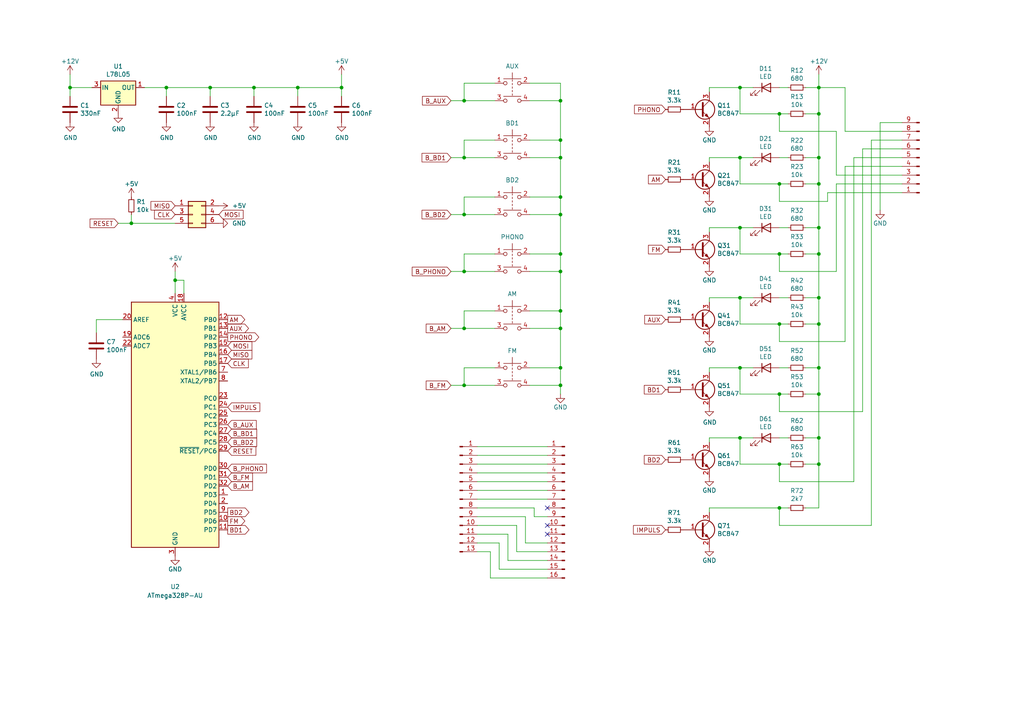
<source format=kicad_sch>
(kicad_sch (version 20211123) (generator eeschema)
  (paper "A4")
  (lib_symbols
    (symbol "Anzeige-Modul-rescue:ATmega328P-AU-MCU_Microchip_ATmega"
      (property "Reference" "U" (at -12.7 36.83 0))
      (property "Value" "ATmega328P-AU-MCU_Microchip_ATmega" (at 2.54 -36.83 0))
      (symbol "ATmega328P-AU-MCU_Microchip_ATmega_1_1"
        (pin bidirectional line (at 15.24 -20.32 180) (length 2.54) (name "PD3") (number "1"))
        (pin bidirectional line (at 15.24 -27.94 180) (length 2.54) (name "PD6") (number "10"))
        (pin bidirectional line (at 15.24 -30.48 180) (length 2.54) (name "PD7") (number "11"))
        (pin bidirectional line (at 15.24 30.48 180) (length 2.54) (name "PB0") (number "12"))
        (pin bidirectional line (at 15.24 27.94 180) (length 2.54) (name "PB1") (number "13"))
        (pin bidirectional line (at 15.24 25.4 180) (length 2.54) (name "PB2") (number "14"))
        (pin bidirectional line (at 15.24 22.86 180) (length 2.54) (name "PB3") (number "15"))
        (pin bidirectional line (at 15.24 20.32 180) (length 2.54) (name "PB4") (number "16"))
        (pin bidirectional line (at 15.24 17.78 180) (length 2.54) (name "PB5") (number "17"))
        (pin power_in line (at 2.54 38.1 270) (length 2.54) (name "AVCC") (number "18"))
        (pin input line (at -15.24 25.4 0) (length 2.54) (name "ADC6") (number "19"))
        (pin bidirectional line (at 15.24 -22.86 180) (length 2.54) (name "PD4") (number "2"))
        (pin passive line (at -15.24 30.48 0) (length 2.54) (name "AREF") (number "20"))
        (pin passive line (at 0 -38.1 90) (length 2.54) hide (name "GND") (number "21"))
        (pin input line (at -15.24 22.86 0) (length 2.54) (name "ADC7") (number "22"))
        (pin bidirectional line (at 15.24 7.62 180) (length 2.54) (name "PC0") (number "23"))
        (pin bidirectional line (at 15.24 5.08 180) (length 2.54) (name "PC1") (number "24"))
        (pin bidirectional line (at 15.24 2.54 180) (length 2.54) (name "PC2") (number "25"))
        (pin bidirectional line (at 15.24 0 180) (length 2.54) (name "PC3") (number "26"))
        (pin bidirectional line (at 15.24 -2.54 180) (length 2.54) (name "PC4") (number "27"))
        (pin bidirectional line (at 15.24 -5.08 180) (length 2.54) (name "PC5") (number "28"))
        (pin bidirectional line (at 15.24 -7.62 180) (length 2.54) (name "~{RESET}/PC6") (number "29"))
        (pin power_in line (at 0 -38.1 90) (length 2.54) (name "GND") (number "3"))
        (pin bidirectional line (at 15.24 -12.7 180) (length 2.54) (name "PD0") (number "30"))
        (pin bidirectional line (at 15.24 -15.24 180) (length 2.54) (name "PD1") (number "31"))
        (pin bidirectional line (at 15.24 -17.78 180) (length 2.54) (name "PD2") (number "32"))
        (pin power_in line (at 0 38.1 270) (length 2.54) (name "VCC") (number "4"))
        (pin passive line (at 0 -38.1 90) (length 2.54) hide (name "GND") (number "5"))
        (pin passive line (at 0 38.1 270) (length 2.54) hide (name "VCC") (number "6"))
        (pin bidirectional line (at 15.24 15.24 180) (length 2.54) (name "XTAL1/PB6") (number "7"))
        (pin bidirectional line (at 15.24 12.7 180) (length 2.54) (name "XTAL2/PB7") (number "8"))
        (pin bidirectional line (at 15.24 -25.4 180) (length 2.54) (name "PD5") (number "9"))
      )
    )
    (symbol "Connector:Conn_01x09_Male" (pin_names (offset 1.016) hide)
      (property "Reference" "J" (at 0 12.7 0))
      (property "Value" "Conn_01x09_Male" (at 0 -12.7 0))
      (symbol "Conn_01x09_Male_1_1"
        (pin passive line (at 5.08 10.16 180) (length 3.81) (name "Pin_1") (number "1"))
        (pin passive line (at 5.08 7.62 180) (length 3.81) (name "Pin_2") (number "2"))
        (pin passive line (at 5.08 5.08 180) (length 3.81) (name "Pin_3") (number "3"))
        (pin passive line (at 5.08 2.54 180) (length 3.81) (name "Pin_4") (number "4"))
        (pin passive line (at 5.08 0 180) (length 3.81) (name "Pin_5") (number "5"))
        (pin passive line (at 5.08 -2.54 180) (length 3.81) (name "Pin_6") (number "6"))
        (pin passive line (at 5.08 -5.08 180) (length 3.81) (name "Pin_7") (number "7"))
        (pin passive line (at 5.08 -7.62 180) (length 3.81) (name "Pin_8") (number "8"))
        (pin passive line (at 5.08 -10.16 180) (length 3.81) (name "Pin_9") (number "9"))
      )
    )
    (symbol "Connector:Conn_01x13_Male" (pin_names (offset 1.016) hide)
      (property "Reference" "J" (at 0 17.78 0))
      (property "Value" "Conn_01x13_Male" (at 0 -17.78 0))
      (symbol "Conn_01x13_Male_1_1"
        (pin passive line (at 5.08 15.24 180) (length 3.81) (name "Pin_1") (number "1"))
        (pin passive line (at 5.08 -7.62 180) (length 3.81) (name "Pin_10") (number "10"))
        (pin passive line (at 5.08 -10.16 180) (length 3.81) (name "Pin_11") (number "11"))
        (pin passive line (at 5.08 -12.7 180) (length 3.81) (name "Pin_12") (number "12"))
        (pin passive line (at 5.08 -15.24 180) (length 3.81) (name "Pin_13") (number "13"))
        (pin passive line (at 5.08 12.7 180) (length 3.81) (name "Pin_2") (number "2"))
        (pin passive line (at 5.08 10.16 180) (length 3.81) (name "Pin_3") (number "3"))
        (pin passive line (at 5.08 7.62 180) (length 3.81) (name "Pin_4") (number "4"))
        (pin passive line (at 5.08 5.08 180) (length 3.81) (name "Pin_5") (number "5"))
        (pin passive line (at 5.08 2.54 180) (length 3.81) (name "Pin_6") (number "6"))
        (pin passive line (at 5.08 0 180) (length 3.81) (name "Pin_7") (number "7"))
        (pin passive line (at 5.08 -2.54 180) (length 3.81) (name "Pin_8") (number "8"))
        (pin passive line (at 5.08 -5.08 180) (length 3.81) (name "Pin_9") (number "9"))
      )
    )
    (symbol "Connector:Conn_01x16_Male" (pin_names (offset 1.016) hide)
      (property "Reference" "J" (at 0 20.32 0))
      (property "Value" "Conn_01x16_Male" (at 0 -22.86 0))
      (symbol "Conn_01x16_Male_1_1"
        (pin passive line (at 5.08 17.78 180) (length 3.81) (name "Pin_1") (number "1"))
        (pin passive line (at 5.08 -5.08 180) (length 3.81) (name "Pin_10") (number "10"))
        (pin passive line (at 5.08 -7.62 180) (length 3.81) (name "Pin_11") (number "11"))
        (pin passive line (at 5.08 -10.16 180) (length 3.81) (name "Pin_12") (number "12"))
        (pin passive line (at 5.08 -12.7 180) (length 3.81) (name "Pin_13") (number "13"))
        (pin passive line (at 5.08 -15.24 180) (length 3.81) (name "Pin_14") (number "14"))
        (pin passive line (at 5.08 -17.78 180) (length 3.81) (name "Pin_15") (number "15"))
        (pin passive line (at 5.08 -20.32 180) (length 3.81) (name "Pin_16") (number "16"))
        (pin passive line (at 5.08 15.24 180) (length 3.81) (name "Pin_2") (number "2"))
        (pin passive line (at 5.08 12.7 180) (length 3.81) (name "Pin_3") (number "3"))
        (pin passive line (at 5.08 10.16 180) (length 3.81) (name "Pin_4") (number "4"))
        (pin passive line (at 5.08 7.62 180) (length 3.81) (name "Pin_5") (number "5"))
        (pin passive line (at 5.08 5.08 180) (length 3.81) (name "Pin_6") (number "6"))
        (pin passive line (at 5.08 2.54 180) (length 3.81) (name "Pin_7") (number "7"))
        (pin passive line (at 5.08 0 180) (length 3.81) (name "Pin_8") (number "8"))
        (pin passive line (at 5.08 -2.54 180) (length 3.81) (name "Pin_9") (number "9"))
      )
    )
    (symbol "Connector_Generic:Conn_02x03_Odd_Even" (pin_names (offset 1.016) hide)
      (property "Reference" "J" (at 1.27 5.08 0))
      (property "Value" "Conn_02x03_Odd_Even" (at 1.27 -5.08 0))
      (symbol "Conn_02x03_Odd_Even_1_1"
        (pin passive line (at -5.08 2.54 0) (length 3.81) (name "Pin_1") (number "1"))
        (pin passive line (at 7.62 2.54 180) (length 3.81) (name "Pin_2") (number "2"))
        (pin passive line (at -5.08 0 0) (length 3.81) (name "Pin_3") (number "3"))
        (pin passive line (at 7.62 0 180) (length 3.81) (name "Pin_4") (number "4"))
        (pin passive line (at -5.08 -2.54 0) (length 3.81) (name "Pin_5") (number "5"))
        (pin passive line (at 7.62 -2.54 180) (length 3.81) (name "Pin_6") (number "6"))
      )
    )
    (symbol "Device:C" (pin_numbers hide) (pin_names (offset 0.254))
      (property "Reference" "C" (at 0.635 2.54 0))
      (property "Value" "C" (at 0.635 -2.54 0))
      (symbol "C_1_1"
        (pin passive line (at 0 3.81 270) (length 2.794) (name "~") (number "1"))
        (pin passive line (at 0 -3.81 90) (length 2.794) (name "~") (number "2"))
      )
    )
    (symbol "Device:LED" (pin_numbers hide) (pin_names (offset 1.016) hide)
      (property "Reference" "D" (at 0 2.54 0))
      (property "Value" "LED" (at 0 -2.54 0))
      (symbol "LED_1_1"
        (pin passive line (at -3.81 0 0) (length 2.54) (name "K") (number "1"))
        (pin passive line (at 3.81 0 180) (length 2.54) (name "A") (number "2"))
      )
    )
    (symbol "Device:R_Small" (pin_numbers hide) (pin_names (offset 0.254) hide)
      (property "Reference" "R" (at 0.762 0.508 0))
      (property "Value" "R_Small" (at 0.762 -1.016 0))
      (symbol "R_Small_1_1"
        (pin passive line (at 0 2.54 270) (length 0.762) (name "~") (number "1"))
        (pin passive line (at 0 -2.54 90) (length 0.762) (name "~") (number "2"))
      )
    )
    (symbol "Regulator_Linear:L78L05_SOT89" (pin_names (offset 0.254))
      (property "Reference" "U" (at -3.81 3.175 0))
      (property "Value" "L78L05_SOT89" (at -0.635 3.175 0))
      (symbol "L78L05_SOT89_1_1"
        (pin power_out line (at 7.62 0 180) (length 2.54) (name "OUT") (number "1"))
        (pin power_in line (at 0 -7.62 90) (length 2.54) (name "GND") (number "2"))
        (pin power_in line (at -7.62 0 0) (length 2.54) (name "IN") (number "3"))
      )
    )
    (symbol "Switch:SW_Push_Dual" (pin_names (offset 1.016) hide)
      (property "Reference" "SW" (at 1.27 2.54 0))
      (property "Value" "SW_Push_Dual" (at 0 -6.858 0))
      (symbol "SW_Push_Dual_0_1"
        (pin passive line (at -5.08 0 0) (length 2.54) (name "1") (number "1"))
        (pin passive line (at 5.08 0 180) (length 2.54) (name "2") (number "2"))
        (pin passive line (at -5.08 -5.08 0) (length 2.54) (name "3") (number "3"))
        (pin passive line (at 5.08 -5.08 180) (length 2.54) (name "4") (number "4"))
      )
    )
    (symbol "Transistor_BJT:BC847" (pin_names (offset 0) hide)
      (property "Reference" "Q" (at 5.08 1.905 0))
      (property "Value" "BC847" (at 5.08 0 0))
      (symbol "BC847_1_1"
        (pin input line (at -5.08 0 0) (length 5.715) (name "B") (number "1"))
        (pin passive line (at 2.54 -5.08 90) (length 2.54) (name "E") (number "2"))
        (pin passive line (at 2.54 5.08 270) (length 2.54) (name "C") (number "3"))
      )
    )
    (symbol "power:+12V" (power) (pin_names (offset 0))
      (property "Value" "+12V" (at 0 3.556 0))
      (symbol "+12V_1_1"
        (pin power_in line (at 0 0 90) (length 0) hide (name "+12V") (number "1"))
      )
    )
    (symbol "power:+5V" (power) (pin_names (offset 0))
      (property "Value" "+5V" (at 0 3.556 0))
      (symbol "+5V_1_1"
        (pin power_in line (at 0 0 90) (length 0) hide (name "+5V") (number "1"))
      )
    )
    (symbol "power:GND" (power) (pin_names (offset 0))
      (property "Value" "GND" (at 0 -3.81 0))
      (symbol "GND_1_1"
        (pin power_in line (at 0 0 270) (length 0) hide (name "GND") (number "1"))
      )
    )
  )
  (junction (at 134.62 78.74))
  (junction (at 134.62 62.23))
  (junction (at 226.06 93.98))
  (junction (at 162.56 111.76))
  (junction (at 60.96 25.4))
  (junction (at 237.49 127))
  (junction (at 237.49 73.66))
  (junction (at 214.63 86.36))
  (junction (at 162.56 40.64))
  (junction (at 237.49 45.72))
  (junction (at 73.66 25.4))
  (junction (at 162.56 95.25))
  (junction (at 162.56 45.72))
  (junction (at 38.1 64.77))
  (junction (at 214.63 45.72))
  (junction (at 237.49 86.36))
  (junction (at 226.06 33.02))
  (junction (at 134.62 111.76))
  (junction (at 226.06 73.66))
  (junction (at 134.62 95.25))
  (junction (at 214.63 127))
  (junction (at 162.56 29.21))
  (junction (at 20.32 25.4))
  (junction (at 226.06 114.3))
  (junction (at 226.06 53.34))
  (junction (at 237.49 25.4))
  (junction (at 162.56 57.15))
  (junction (at 162.56 73.66))
  (junction (at 237.49 33.02))
  (junction (at 237.49 53.34))
  (junction (at 237.49 93.98))
  (junction (at 162.56 78.74))
  (junction (at 226.06 134.62))
  (junction (at 237.49 114.3))
  (junction (at 162.56 62.23))
  (junction (at 99.06 25.4))
  (junction (at 86.36 25.4))
  (junction (at 237.49 134.62))
  (junction (at 214.63 25.4))
  (junction (at 134.62 45.72))
  (junction (at 162.56 106.68))
  (junction (at 237.49 106.68))
  (junction (at 214.63 66.04))
  (junction (at 50.8 81.28))
  (junction (at 48.26 25.4))
  (junction (at 226.06 147.32))
  (junction (at 134.62 29.21))
  (junction (at 237.49 66.04))
  (junction (at 214.63 106.68))
  (junction (at 162.56 90.17))
  (no_connect (at 158.75 147.32))
  (no_connect (at 158.75 154.94))
  (no_connect (at 158.75 152.4))
  (wire (pts (xy 226.06 106.68) (xy 228.6 106.68)))
  (wire (pts (xy 138.43 160.02) (xy 142.24 160.02)))
  (wire (pts (xy 214.63 93.98) (xy 226.06 93.98)))
  (wire (pts (xy 237.49 33.02) (xy 237.49 45.72)))
  (wire (pts (xy 214.63 25.4) (xy 218.44 25.4)))
  (wire (pts (xy 27.94 96.52) (xy 27.94 92.71)))
  (wire (pts (xy 237.49 53.34) (xy 237.49 66.04)))
  (wire (pts (xy 162.56 40.64) (xy 162.56 45.72)))
  (wire (pts (xy 20.32 27.94) (xy 20.32 25.4)))
  (wire (pts (xy 261.62 40.64) (xy 252.73 40.64)))
  (wire (pts (xy 41.91 25.4) (xy 48.26 25.4)))
  (wire (pts (xy 162.56 78.74) (xy 162.56 90.17)))
  (wire (pts (xy 205.74 128.27) (xy 205.74 127)))
  (wire (pts (xy 143.51 90.17) (xy 134.62 90.17)))
  (wire (pts (xy 205.74 87.63) (xy 205.74 86.36)))
  (wire (pts (xy 149.86 160.02) (xy 158.75 160.02)))
  (wire (pts (xy 261.62 38.1) (xy 245.11 38.1)))
  (wire (pts (xy 153.67 106.68) (xy 162.56 106.68)))
  (wire (pts (xy 237.49 25.4) (xy 237.49 33.02)))
  (wire (pts (xy 38.1 64.77) (xy 50.8 64.77)))
  (wire (pts (xy 162.56 106.68) (xy 162.56 111.76)))
  (wire (pts (xy 250.19 43.18) (xy 261.62 43.18)))
  (wire (pts (xy 237.49 73.66) (xy 237.49 86.36)))
  (wire (pts (xy 50.8 81.28) (xy 50.8 85.09)))
  (wire (pts (xy 134.62 106.68) (xy 134.62 111.76)))
  (wire (pts (xy 255.27 35.56) (xy 255.27 60.96)))
  (wire (pts (xy 205.74 106.68) (xy 214.63 106.68)))
  (wire (pts (xy 237.49 93.98) (xy 237.49 106.68)))
  (wire (pts (xy 214.63 33.02) (xy 226.06 33.02)))
  (wire (pts (xy 237.49 106.68) (xy 237.49 114.3)))
  (wire (pts (xy 226.06 53.34) (xy 228.6 53.34)))
  (wire (pts (xy 214.63 114.3) (xy 226.06 114.3)))
  (wire (pts (xy 226.06 93.98) (xy 228.6 93.98)))
  (wire (pts (xy 60.96 27.94) (xy 60.96 25.4)))
  (wire (pts (xy 20.32 21.59) (xy 20.32 25.4)))
  (wire (pts (xy 237.49 45.72) (xy 237.49 53.34)))
  (wire (pts (xy 138.43 152.4) (xy 149.86 152.4)))
  (wire (pts (xy 245.11 25.4) (xy 237.49 25.4)))
  (wire (pts (xy 226.06 73.66) (xy 228.6 73.66)))
  (wire (pts (xy 143.51 57.15) (xy 134.62 57.15)))
  (wire (pts (xy 99.06 25.4) (xy 99.06 27.94)))
  (wire (pts (xy 130.81 62.23) (xy 134.62 62.23)))
  (wire (pts (xy 226.06 86.36) (xy 228.6 86.36)))
  (wire (pts (xy 134.62 40.64) (xy 134.62 45.72)))
  (wire (pts (xy 134.62 95.25) (xy 143.51 95.25)))
  (wire (pts (xy 214.63 66.04) (xy 214.63 73.66)))
  (wire (pts (xy 242.57 53.34) (xy 261.62 53.34)))
  (wire (pts (xy 158.75 165.1) (xy 144.78 165.1)))
  (wire (pts (xy 143.51 40.64) (xy 134.62 40.64)))
  (wire (pts (xy 226.06 58.42) (xy 240.03 58.42)))
  (wire (pts (xy 205.74 25.4) (xy 214.63 25.4)))
  (wire (pts (xy 233.68 73.66) (xy 237.49 73.66)))
  (wire (pts (xy 250.19 119.38) (xy 250.19 43.18)))
  (wire (pts (xy 130.81 29.21) (xy 134.62 29.21)))
  (wire (pts (xy 130.81 111.76) (xy 134.62 111.76)))
  (wire (pts (xy 162.56 24.13) (xy 162.56 29.21)))
  (wire (pts (xy 205.74 45.72) (xy 214.63 45.72)))
  (wire (pts (xy 226.06 78.74) (xy 242.57 78.74)))
  (wire (pts (xy 233.68 114.3) (xy 237.49 114.3)))
  (wire (pts (xy 153.67 78.74) (xy 162.56 78.74)))
  (wire (pts (xy 226.06 127) (xy 228.6 127)))
  (wire (pts (xy 237.49 66.04) (xy 237.49 73.66)))
  (wire (pts (xy 138.43 134.62) (xy 158.75 134.62)))
  (wire (pts (xy 60.96 25.4) (xy 73.66 25.4)))
  (wire (pts (xy 237.49 147.32) (xy 237.49 134.62)))
  (wire (pts (xy 245.11 38.1) (xy 245.11 25.4)))
  (wire (pts (xy 226.06 66.04) (xy 228.6 66.04)))
  (wire (pts (xy 48.26 27.94) (xy 48.26 25.4)))
  (wire (pts (xy 134.62 73.66) (xy 134.62 78.74)))
  (wire (pts (xy 134.62 45.72) (xy 143.51 45.72)))
  (wire (pts (xy 226.06 99.06) (xy 245.11 99.06)))
  (wire (pts (xy 147.32 162.56) (xy 158.75 162.56)))
  (wire (pts (xy 53.34 81.28) (xy 53.34 85.09)))
  (wire (pts (xy 237.49 21.59) (xy 237.49 25.4)))
  (wire (pts (xy 205.74 107.95) (xy 205.74 106.68)))
  (wire (pts (xy 214.63 106.68) (xy 214.63 114.3)))
  (wire (pts (xy 153.67 45.72) (xy 162.56 45.72)))
  (wire (pts (xy 242.57 50.8) (xy 261.62 50.8)))
  (wire (pts (xy 245.11 48.26) (xy 261.62 48.26)))
  (wire (pts (xy 226.06 99.06) (xy 226.06 93.98)))
  (wire (pts (xy 214.63 45.72) (xy 214.63 53.34)))
  (wire (pts (xy 226.06 139.7) (xy 247.65 139.7)))
  (wire (pts (xy 134.62 78.74) (xy 143.51 78.74)))
  (wire (pts (xy 205.74 26.67) (xy 205.74 25.4)))
  (wire (pts (xy 205.74 148.59) (xy 205.74 147.32)))
  (wire (pts (xy 205.74 127) (xy 214.63 127)))
  (wire (pts (xy 153.67 90.17) (xy 162.56 90.17)))
  (wire (pts (xy 143.51 29.21) (xy 134.62 29.21)))
  (wire (pts (xy 240.03 55.88) (xy 261.62 55.88)))
  (wire (pts (xy 205.74 86.36) (xy 214.63 86.36)))
  (wire (pts (xy 237.49 53.34) (xy 233.68 53.34)))
  (wire (pts (xy 153.67 95.25) (xy 162.56 95.25)))
  (wire (pts (xy 138.43 139.7) (xy 158.75 139.7)))
  (wire (pts (xy 134.62 57.15) (xy 134.62 62.23)))
  (wire (pts (xy 226.06 152.4) (xy 252.73 152.4)))
  (wire (pts (xy 34.29 64.77) (xy 38.1 64.77)))
  (wire (pts (xy 162.56 29.21) (xy 162.56 40.64)))
  (wire (pts (xy 142.24 167.64) (xy 158.75 167.64)))
  (wire (pts (xy 226.06 38.1) (xy 226.06 33.02)))
  (wire (pts (xy 242.57 38.1) (xy 242.57 50.8)))
  (wire (pts (xy 226.06 147.32) (xy 226.06 152.4)))
  (wire (pts (xy 138.43 144.78) (xy 158.75 144.78)))
  (wire (pts (xy 130.81 95.25) (xy 134.62 95.25)))
  (wire (pts (xy 153.67 73.66) (xy 162.56 73.66)))
  (wire (pts (xy 134.62 62.23) (xy 143.51 62.23)))
  (wire (pts (xy 247.65 45.72) (xy 261.62 45.72)))
  (wire (pts (xy 242.57 78.74) (xy 242.57 53.34)))
  (wire (pts (xy 154.94 149.86) (xy 158.75 149.86)))
  (wire (pts (xy 153.67 62.23) (xy 162.56 62.23)))
  (wire (pts (xy 162.56 111.76) (xy 153.67 111.76)))
  (wire (pts (xy 27.94 92.71) (xy 35.56 92.71)))
  (wire (pts (xy 162.56 73.66) (xy 162.56 78.74)))
  (wire (pts (xy 73.66 25.4) (xy 73.66 27.94)))
  (wire (pts (xy 233.68 106.68) (xy 237.49 106.68)))
  (wire (pts (xy 138.43 129.54) (xy 158.75 129.54)))
  (wire (pts (xy 153.67 24.13) (xy 162.56 24.13)))
  (wire (pts (xy 130.81 78.74) (xy 134.62 78.74)))
  (wire (pts (xy 233.68 45.72) (xy 237.49 45.72)))
  (wire (pts (xy 138.43 149.86) (xy 152.4 149.86)))
  (wire (pts (xy 252.73 40.64) (xy 252.73 152.4)))
  (wire (pts (xy 218.44 86.36) (xy 214.63 86.36)))
  (wire (pts (xy 233.68 127) (xy 237.49 127)))
  (wire (pts (xy 237.49 86.36) (xy 237.49 93.98)))
  (wire (pts (xy 143.51 24.13) (xy 134.62 24.13)))
  (wire (pts (xy 149.86 152.4) (xy 149.86 160.02)))
  (wire (pts (xy 134.62 111.76) (xy 143.51 111.76)))
  (wire (pts (xy 247.65 139.7) (xy 247.65 45.72)))
  (wire (pts (xy 233.68 86.36) (xy 237.49 86.36)))
  (wire (pts (xy 205.74 67.31) (xy 205.74 66.04)))
  (wire (pts (xy 237.49 134.62) (xy 233.68 134.62)))
  (wire (pts (xy 226.06 119.38) (xy 226.06 114.3)))
  (wire (pts (xy 226.06 25.4) (xy 228.6 25.4)))
  (wire (pts (xy 99.06 21.59) (xy 99.06 25.4)))
  (wire (pts (xy 240.03 58.42) (xy 240.03 55.88)))
  (wire (pts (xy 205.74 46.99) (xy 205.74 45.72)))
  (wire (pts (xy 214.63 73.66) (xy 226.06 73.66)))
  (wire (pts (xy 218.44 45.72) (xy 214.63 45.72)))
  (wire (pts (xy 143.51 106.68) (xy 134.62 106.68)))
  (wire (pts (xy 226.06 114.3) (xy 228.6 114.3)))
  (wire (pts (xy 214.63 53.34) (xy 226.06 53.34)))
  (wire (pts (xy 138.43 147.32) (xy 154.94 147.32)))
  (wire (pts (xy 218.44 127) (xy 214.63 127)))
  (wire (pts (xy 162.56 45.72) (xy 162.56 57.15)))
  (wire (pts (xy 237.49 127) (xy 237.49 134.62)))
  (wire (pts (xy 138.43 154.94) (xy 147.32 154.94)))
  (wire (pts (xy 233.68 93.98) (xy 237.49 93.98)))
  (wire (pts (xy 162.56 111.76) (xy 162.56 114.3)))
  (wire (pts (xy 226.06 38.1) (xy 242.57 38.1)))
  (wire (pts (xy 233.68 147.32) (xy 237.49 147.32)))
  (wire (pts (xy 261.62 35.56) (xy 255.27 35.56)))
  (wire (pts (xy 214.63 127) (xy 214.63 134.62)))
  (wire (pts (xy 226.06 58.42) (xy 226.06 53.34)))
  (wire (pts (xy 245.11 99.06) (xy 245.11 48.26)))
  (wire (pts (xy 138.43 142.24) (xy 158.75 142.24)))
  (wire (pts (xy 73.66 25.4) (xy 86.36 25.4)))
  (wire (pts (xy 130.81 45.72) (xy 134.62 45.72)))
  (wire (pts (xy 154.94 147.32) (xy 154.94 149.86)))
  (wire (pts (xy 142.24 160.02) (xy 142.24 167.64)))
  (wire (pts (xy 214.63 25.4) (xy 214.63 33.02)))
  (wire (pts (xy 233.68 25.4) (xy 237.49 25.4)))
  (wire (pts (xy 153.67 29.21) (xy 162.56 29.21)))
  (wire (pts (xy 226.06 78.74) (xy 226.06 73.66)))
  (wire (pts (xy 205.74 66.04) (xy 214.63 66.04)))
  (wire (pts (xy 162.56 57.15) (xy 162.56 62.23)))
  (wire (pts (xy 144.78 157.48) (xy 138.43 157.48)))
  (wire (pts (xy 138.43 137.16) (xy 158.75 137.16)))
  (wire (pts (xy 237.49 114.3) (xy 237.49 127)))
  (wire (pts (xy 50.8 78.74) (xy 50.8 81.28)))
  (wire (pts (xy 20.32 25.4) (xy 26.67 25.4)))
  (wire (pts (xy 144.78 165.1) (xy 144.78 157.48)))
  (wire (pts (xy 38.1 62.23) (xy 38.1 64.77)))
  (wire (pts (xy 86.36 25.4) (xy 86.36 27.94)))
  (wire (pts (xy 134.62 29.21) (xy 134.62 24.13)))
  (wire (pts (xy 50.8 81.28) (xy 53.34 81.28)))
  (wire (pts (xy 147.32 154.94) (xy 147.32 162.56)))
  (wire (pts (xy 218.44 66.04) (xy 214.63 66.04)))
  (wire (pts (xy 226.06 147.32) (xy 228.6 147.32)))
  (wire (pts (xy 162.56 90.17) (xy 162.56 95.25)))
  (wire (pts (xy 226.06 134.62) (xy 228.6 134.62)))
  (wire (pts (xy 86.36 25.4) (xy 99.06 25.4)))
  (wire (pts (xy 138.43 132.08) (xy 158.75 132.08)))
  (wire (pts (xy 226.06 45.72) (xy 228.6 45.72)))
  (wire (pts (xy 143.51 73.66) (xy 134.62 73.66)))
  (wire (pts (xy 226.06 33.02) (xy 228.6 33.02)))
  (wire (pts (xy 153.67 40.64) (xy 162.56 40.64)))
  (wire (pts (xy 205.74 147.32) (xy 226.06 147.32)))
  (wire (pts (xy 233.68 66.04) (xy 237.49 66.04)))
  (wire (pts (xy 214.63 134.62) (xy 226.06 134.62)))
  (wire (pts (xy 158.75 157.48) (xy 152.4 157.48)))
  (wire (pts (xy 134.62 90.17) (xy 134.62 95.25)))
  (wire (pts (xy 237.49 33.02) (xy 233.68 33.02)))
  (wire (pts (xy 226.06 119.38) (xy 250.19 119.38)))
  (wire (pts (xy 214.63 86.36) (xy 214.63 93.98)))
  (wire (pts (xy 152.4 149.86) (xy 152.4 157.48)))
  (wire (pts (xy 60.96 25.4) (xy 48.26 25.4)))
  (wire (pts (xy 162.56 62.23) (xy 162.56 73.66)))
  (wire (pts (xy 153.67 57.15) (xy 162.56 57.15)))
  (wire (pts (xy 162.56 95.25) (xy 162.56 106.68)))
  (wire (pts (xy 226.06 139.7) (xy 226.06 134.62)))
  (wire (pts (xy 218.44 106.68) (xy 214.63 106.68)))
  (global_label "IMPULS" (shape input) (at 193.04 153.67 180) (property "Intersheet References" "${INTERSHEET_REFS}" (effects hide)))
  (global_label "B_PHONO" (shape input) (at 66.04 135.89 0) (property "Intersheet References" "${INTERSHEET_REFS}" (effects hide)))
  (global_label "B_FM" (shape input) (at 66.04 138.43 0) (property "Intersheet References" "${INTERSHEET_REFS}" (effects hide)))
  (global_label "CLK" (shape input) (at 66.04 105.41 0) (property "Intersheet References" "${INTERSHEET_REFS}" (effects hide)))
  (global_label "RESET" (shape input) (at 66.04 130.81 0) (property "Intersheet References" "${INTERSHEET_REFS}" (effects hide)))
  (global_label "RESET" (shape input) (at 34.29 64.77 180) (property "Intersheet References" "${INTERSHEET_REFS}" (effects hide)))
  (global_label "PHONO" (shape output) (at 66.04 97.79 0) (property "Intersheet References" "${INTERSHEET_REFS}" (effects hide)))
  (global_label "B_PHONO" (shape input) (at 130.81 78.74 180) (property "Intersheet References" "${INTERSHEET_REFS}" (effects hide)))
  (global_label "BD1" (shape input) (at 193.04 113.03 180) (property "Intersheet References" "${INTERSHEET_REFS}" (effects hide)))
  (global_label "PHONO" (shape input) (at 193.04 31.75 180) (property "Intersheet References" "${INTERSHEET_REFS}" (effects hide)))
  (global_label "FM" (shape input) (at 193.04 72.39 180) (property "Intersheet References" "${INTERSHEET_REFS}" (effects hide)))
  (global_label "MOSI" (shape input) (at 66.04 100.33 0) (property "Intersheet References" "${INTERSHEET_REFS}" (effects hide)))
  (global_label "B_AUX" (shape input) (at 66.04 123.19 0) (property "Intersheet References" "${INTERSHEET_REFS}" (effects hide)))
  (global_label "AUX" (shape input) (at 193.04 92.71 180) (property "Intersheet References" "${INTERSHEET_REFS}" (effects hide)))
  (global_label "B_BD1" (shape input) (at 130.81 45.72 180) (property "Intersheet References" "${INTERSHEET_REFS}" (effects hide)))
  (global_label "B_BD2" (shape input) (at 130.81 62.23 180) (property "Intersheet References" "${INTERSHEET_REFS}" (effects hide)))
  (global_label "B_FM" (shape input) (at 130.81 111.76 180) (property "Intersheet References" "${INTERSHEET_REFS}" (effects hide)))
  (global_label "BD2" (shape output) (at 66.04 148.59 0) (property "Intersheet References" "${INTERSHEET_REFS}" (effects hide)))
  (global_label "MOSI" (shape input) (at 63.5 62.23 0) (property "Intersheet References" "${INTERSHEET_REFS}" (effects hide)))
  (global_label "FM" (shape output) (at 66.04 151.13 0) (property "Intersheet References" "${INTERSHEET_REFS}" (effects hide)))
  (global_label "B_BD2" (shape input) (at 66.04 128.27 0) (property "Intersheet References" "${INTERSHEET_REFS}" (effects hide)))
  (global_label "B_AUX" (shape input) (at 130.81 29.21 180) (property "Intersheet References" "${INTERSHEET_REFS}" (effects hide)))
  (global_label "CLK" (shape input) (at 50.8 62.23 180) (property "Intersheet References" "${INTERSHEET_REFS}" (effects hide)))
  (global_label "MISO" (shape input) (at 66.04 102.87 0) (property "Intersheet References" "${INTERSHEET_REFS}" (effects hide)))
  (global_label "AM" (shape output) (at 66.04 92.71 0) (property "Intersheet References" "${INTERSHEET_REFS}" (effects hide)))
  (global_label "IMPULS" (shape input) (at 66.04 118.11 0) (property "Intersheet References" "${INTERSHEET_REFS}" (effects hide)))
  (global_label "AUX" (shape output) (at 66.04 95.25 0) (property "Intersheet References" "${INTERSHEET_REFS}" (effects hide)))
  (global_label "B_AM" (shape input) (at 130.81 95.25 180) (property "Intersheet References" "${INTERSHEET_REFS}" (effects hide)))
  (global_label "BD2" (shape input) (at 193.04 133.35 180) (property "Intersheet References" "${INTERSHEET_REFS}" (effects hide)))
  (global_label "AM" (shape input) (at 193.04 52.07 180) (property "Intersheet References" "${INTERSHEET_REFS}" (effects hide)))
  (global_label "BD1" (shape output) (at 66.04 153.67 0) (property "Intersheet References" "${INTERSHEET_REFS}" (effects hide)))
  (global_label "B_BD1" (shape input) (at 66.04 125.73 0) (property "Intersheet References" "${INTERSHEET_REFS}" (effects hide)))
  (global_label "MISO" (shape input) (at 50.8 59.69 180) (property "Intersheet References" "${INTERSHEET_REFS}" (effects hide)))
  (global_label "B_AM" (shape input) (at 66.04 140.97 0) (property "Intersheet References" "${INTERSHEET_REFS}" (effects hide)))
  (symbol (lib_id "Device:LED") (at 222.25 25.4 0) (unit 1)
    (property "Reference" "D11" (at 222.0722 19.8882 0))
    (property "Value" "LED" (at 222.0722 22.1996 0))
    (property "Footprint" "LEDs:LED_Rectangular_W5.0mm_H2.0mm" (effects hide))
  )
  (symbol (lib_id "Device:LED") (at 222.25 45.72 0) (unit 1)
    (property "Reference" "D21" (at 222.0722 40.2082 0))
    (property "Value" "LED" (at 222.0722 42.5196 0))
    (property "Footprint" "LEDs:LED_Rectangular_W5.0mm_H2.0mm" (effects hide))
  )
  (symbol (lib_id "Device:LED") (at 222.25 66.04 0) (unit 1)
    (property "Reference" "D31" (at 222.0722 60.5282 0))
    (property "Value" "LED" (at 222.0722 62.8396 0))
    (property "Footprint" "LEDs:LED_Rectangular_W5.0mm_H2.0mm" (effects hide))
  )
  (symbol (lib_id "Device:LED") (at 222.25 86.36 0) (unit 1)
    (property "Reference" "D41" (at 222.0722 80.8482 0))
    (property "Value" "LED" (at 222.0722 83.1596 0))
    (property "Footprint" "LEDs:LED_Rectangular_W5.0mm_H2.0mm" (effects hide))
  )
  (symbol (lib_id "Device:LED") (at 222.25 106.68 0) (unit 1)
    (property "Reference" "D51" (at 222.0722 101.1682 0))
    (property "Value" "LED" (at 222.0722 103.4796 0))
    (property "Footprint" "LEDs:LED_Rectangular_W5.0mm_H2.0mm" (effects hide))
  )
  (symbol (lib_id "Device:LED") (at 222.25 127 0) (unit 1)
    (property "Reference" "D61" (at 222.0722 121.4882 0))
    (property "Value" "LED" (at 222.0722 123.7996 0))
    (property "Footprint" "LEDs:LED_Rectangular_W5.0mm_H2.0mm" (effects hide))
  )
  (symbol (lib_id "Connector:Conn_01x09_Male") (at 266.7 45.72 180) (unit 1)
    (property "Reference" "J1" (effects hide))
    (property "Value" "Conn_01x09_Male" (effects hide))
    (property "Footprint" "Anzeige-Modul:PadArray_3.81mm_01x09" (effects hide))
  )
  (symbol (lib_id "Device:R_Small") (at 231.14 25.4 90) (unit 1)
    (property "Reference" "R12" (at 231.14 20.4216 90))
    (property "Value" "680" (at 231.14 22.733 90))
    (property "Footprint" "Resistor_SMD:R_0805_2012Metric" (effects hide))
    (property "LCSC" "C17798" (effects hide))
  )
  (symbol (lib_id "Device:R_Small") (at 231.14 45.72 90) (unit 1)
    (property "Reference" "R22" (at 231.14 40.7416 90))
    (property "Value" "680" (at 231.14 43.053 90))
    (property "Footprint" "Resistor_SMD:R_0805_2012Metric" (effects hide))
    (property "LCSC" "C17798" (effects hide))
  )
  (symbol (lib_id "Device:R_Small") (at 231.14 66.04 90) (unit 1)
    (property "Reference" "R32" (at 231.14 61.0616 90))
    (property "Value" "680" (at 231.14 63.373 90))
    (property "Footprint" "Resistor_SMD:R_0805_2012Metric" (effects hide))
    (property "LCSC" "C17798" (effects hide))
  )
  (symbol (lib_id "Device:R_Small") (at 231.14 86.36 90) (unit 1)
    (property "Reference" "R42" (at 231.14 81.3816 90))
    (property "Value" "680" (at 231.14 83.693 90))
    (property "Footprint" "Resistor_SMD:R_0805_2012Metric" (effects hide))
    (property "LCSC" "C17798" (effects hide))
  )
  (symbol (lib_id "Device:R_Small") (at 231.14 106.68 90) (unit 1)
    (property "Reference" "R52" (at 231.14 101.7016 90))
    (property "Value" "680" (at 231.14 104.013 90))
    (property "Footprint" "Resistor_SMD:R_0805_2012Metric" (effects hide))
    (property "LCSC" "C17798" (effects hide))
  )
  (symbol (lib_id "Device:R_Small") (at 231.14 127 90) (unit 1)
    (property "Reference" "R62" (at 231.14 122.0216 90))
    (property "Value" "680" (at 231.14 124.333 90))
    (property "Footprint" "Resistors_SMD:R_0805" (effects hide))
    (property "LCSC" "C17798" (effects hide))
  )
  (symbol (lib_id "power:GND") (at 205.74 36.83 0) (unit 1)
    (property "Reference" "#PWR0101" (effects hide))
    (property "Value" "GND" (at 205.74 40.64 0))
  )
  (symbol (lib_id "Transistor_BJT:BC847") (at 203.2 31.75 0) (unit 1)
    (property "Reference" "Q11" (at 208.026 30.5816 0) (effects (justify left)))
    (property "Value" "BC847" (at 208.026 32.893 0) (effects (justify left)))
    (property "Footprint" "Package_TO_SOT_SMD:SOT-23" (effects hide))
    (property "Datasheet" "https://assets.nexperia.com/documents/data-sheet/BC846_SER.pdf" (effects hide))
    (property "LCSC" "C2146" (effects hide))
  )
  (symbol (lib_id "Device:R_Small") (at 231.14 33.02 90) (unit 1)
    (property "Reference" "R13" (at 231.14 28.0416 90))
    (property "Value" "10k" (at 231.14 30.353 90))
    (property "Footprint" "Resistor_SMD:R_0805_2012Metric" (effects hide))
    (property "LCSC" "C17414" (effects hide))
  )
  (symbol (lib_id "power:+12V") (at 237.49 21.59 0) (unit 1)
    (property "Reference" "#PWR0102" (effects hide))
    (property "Value" "+12V" (at 237.49 17.78 0))
  )
  (symbol (lib_id "Device:R_Small") (at 231.14 53.34 90) (unit 1)
    (property "Reference" "R23" (at 231.14 48.3616 90))
    (property "Value" "10k" (at 231.14 50.673 90))
    (property "Footprint" "Resistor_SMD:R_0805_2012Metric" (effects hide))
    (property "LCSC" "C17414" (effects hide))
  )
  (symbol (lib_id "Device:R_Small") (at 231.14 93.98 90) (unit 1)
    (property "Reference" "R43" (at 231.14 89.0016 90))
    (property "Value" "10k" (at 231.14 91.313 90))
    (property "Footprint" "Resistor_SMD:R_0805_2012Metric" (effects hide))
    (property "LCSC" "C17414" (effects hide))
  )
  (symbol (lib_id "Device:R_Small") (at 231.14 134.62 90) (unit 1)
    (property "Reference" "R63" (at 231.14 129.6416 90))
    (property "Value" "10k" (at 231.14 131.953 90))
    (property "Footprint" "Resistor_SMD:R_0805_2012Metric" (effects hide))
    (property "LCSC" "C17414" (effects hide))
  )
  (symbol (lib_id "Device:R_Small") (at 231.14 114.3 90) (unit 1)
    (property "Reference" "R53" (at 231.14 109.3216 90))
    (property "Value" "10k" (at 231.14 111.633 90))
    (property "Footprint" "Resistor_SMD:R_0805_2012Metric" (effects hide))
    (property "LCSC" "C17414" (effects hide))
  )
  (symbol (lib_id "Device:R_Small") (at 231.14 73.66 90) (unit 1)
    (property "Reference" "R33" (at 231.14 68.6816 90))
    (property "Value" "10k" (at 231.14 70.993 90))
    (property "Footprint" "Resistor_SMD:R_0805_2012Metric" (effects hide))
    (property "LCSC" "C17414" (effects hide))
  )
  (symbol (lib_id "Transistor_BJT:BC847") (at 203.2 52.07 0) (unit 1)
    (property "Reference" "Q21" (at 208.026 50.9016 0) (effects (justify left)))
    (property "Value" "BC847" (at 208.026 53.213 0) (effects (justify left)))
    (property "Footprint" "Package_TO_SOT_SMD:SOT-23" (effects hide))
    (property "Datasheet" "https://assets.nexperia.com/documents/data-sheet/BC846_SER.pdf" (effects hide))
    (property "LCSC" "C2146" (effects hide))
  )
  (symbol (lib_id "power:GND") (at 205.74 57.15 0) (unit 1)
    (property "Reference" "#PWR0103" (effects hide))
    (property "Value" "GND" (at 205.74 60.96 0))
  )
  (symbol (lib_id "Transistor_BJT:BC847") (at 203.2 72.39 0) (unit 1)
    (property "Reference" "Q31" (at 208.026 71.2216 0) (effects (justify left)))
    (property "Value" "BC847" (at 208.026 73.533 0) (effects (justify left)))
    (property "Footprint" "Package_TO_SOT_SMD:SOT-23" (effects hide))
    (property "Datasheet" "https://assets.nexperia.com/documents/data-sheet/BC846_SER.pdf" (effects hide))
    (property "LCSC" "C2146" (effects hide))
  )
  (symbol (lib_id "Transistor_BJT:BC847") (at 203.2 92.71 0) (unit 1)
    (property "Reference" "Q41" (at 208.026 91.5416 0) (effects (justify left)))
    (property "Value" "BC847" (at 208.026 93.853 0) (effects (justify left)))
    (property "Footprint" "Package_TO_SOT_SMD:SOT-23" (effects hide))
    (property "Datasheet" "https://assets.nexperia.com/documents/data-sheet/BC846_SER.pdf" (effects hide))
    (property "LCSC" "C2146" (effects hide))
  )
  (symbol (lib_id "Transistor_BJT:BC847") (at 203.2 113.03 0) (unit 1)
    (property "Reference" "Q51" (at 208.026 111.8616 0) (effects (justify left)))
    (property "Value" "BC847" (at 208.026 114.173 0) (effects (justify left)))
    (property "Footprint" "Package_TO_SOT_SMD:SOT-23" (effects hide))
    (property "Datasheet" "https://assets.nexperia.com/documents/data-sheet/BC846_SER.pdf" (effects hide))
    (property "LCSC" "C2146" (effects hide))
  )
  (symbol (lib_id "Transistor_BJT:BC847") (at 203.2 133.35 0) (unit 1)
    (property "Reference" "Q61" (at 208.026 132.1816 0) (effects (justify left)))
    (property "Value" "BC847" (at 208.026 134.493 0) (effects (justify left)))
    (property "Footprint" "Package_TO_SOT_SMD:SOT-23" (effects hide))
    (property "Datasheet" "https://assets.nexperia.com/documents/data-sheet/BC846_SER.pdf" (effects hide))
    (property "LCSC" "C2146" (effects hide))
  )
  (symbol (lib_id "power:GND") (at 205.74 77.47 0) (unit 1)
    (property "Reference" "#PWR0104" (effects hide))
    (property "Value" "GND" (at 205.74 81.28 0))
  )
  (symbol (lib_id "power:GND") (at 205.74 97.79 0) (unit 1)
    (property "Reference" "#PWR0105" (effects hide))
    (property "Value" "GND" (at 205.74 101.6 0))
  )
  (symbol (lib_id "power:GND") (at 205.74 118.11 0) (unit 1)
    (property "Reference" "#PWR0106" (effects hide))
    (property "Value" "GND" (at 205.867 122.5042 0))
  )
  (symbol (lib_id "power:GND") (at 205.74 138.43 0) (unit 1)
    (property "Reference" "#PWR0107" (effects hide))
    (property "Value" "GND" (at 205.74 142.24 0))
  )
  (symbol (lib_id "Device:R_Small") (at 195.58 31.75 90) (unit 1)
    (property "Reference" "R11" (at 195.58 26.7716 90))
    (property "Value" "3.3k" (at 195.58 29.083 90))
    (property "Footprint" "Resistor_SMD:R_0805_2012Metric" (effects hide))
    (property "LCSC" "C26010" (effects hide))
  )
  (symbol (lib_id "Device:R_Small") (at 195.58 52.07 90) (unit 1)
    (property "Reference" "R21" (at 195.58 47.0916 90))
    (property "Value" "3.3k" (at 195.58 49.403 90))
    (property "Footprint" "Resistor_SMD:R_0805_2012Metric" (effects hide))
    (property "LCSC" "C26010" (effects hide))
  )
  (symbol (lib_id "Device:R_Small") (at 195.58 72.39 90) (unit 1)
    (property "Reference" "R31" (at 195.58 67.4116 90))
    (property "Value" "3.3k" (at 195.58 69.723 90))
    (property "Footprint" "Resistor_SMD:R_0805_2012Metric" (effects hide))
    (property "LCSC" "C26010" (effects hide))
  )
  (symbol (lib_id "Device:R_Small") (at 195.58 92.71 90) (unit 1)
    (property "Reference" "R41" (at 195.58 87.7316 90))
    (property "Value" "3.3k" (at 195.58 90.043 90))
    (property "Footprint" "Resistor_SMD:R_0805_2012Metric" (effects hide))
    (property "LCSC" "C26010" (effects hide))
  )
  (symbol (lib_id "Device:R_Small") (at 195.58 113.03 90) (unit 1)
    (property "Reference" "R51" (at 195.58 108.0516 90))
    (property "Value" "3.3k" (at 195.58 110.363 90))
    (property "Footprint" "Resistor_SMD:R_0805_2012Metric" (effects hide))
    (property "LCSC" "C26010" (effects hide))
  )
  (symbol (lib_id "Device:R_Small") (at 195.58 133.35 90) (unit 1)
    (property "Reference" "R61" (at 195.58 128.3716 90))
    (property "Value" "3.3k" (at 195.58 130.683 90))
    (property "Footprint" "Resistor_SMD:R_0805_2012Metric" (effects hide))
    (property "LCSC" "C26010" (effects hide))
  )
  (symbol (lib_id "power:GND") (at 255.27 60.96 0) (unit 1)
    (property "Reference" "#PWR0109" (effects hide))
    (property "Value" "GND" (at 255.27 64.77 0))
  )
  (symbol (lib_id "Switch:SW_Push_Dual") (at 148.59 24.13 0) (unit 1)
    (property "Reference" "SW1" (effects hide))
    (property "Value" "AUX" (at 148.59 19.2024 0))
    (property "Footprint" "Anzeige-Modul:SW_PUSH_DPDT" (effects hide))
  )
  (symbol (lib_id "Device:R_Small") (at 38.1 59.69 0) (unit 1)
    (property "Reference" "R1" (at 39.5986 58.5216 0) (effects (justify left)))
    (property "Value" "10k" (at 39.5986 60.833 0) (effects (justify left)))
    (property "Footprint" "Resistor_SMD:R_0805_2012Metric" (effects hide))
    (property "LCSC" "C17414" (effects hide))
  )
  (symbol (lib_id "power:+5V") (at 63.5 59.69 270) (unit 1)
    (property "Reference" "#PWR0110" (effects hide))
    (property "Value" "+5V" (at 67.31 59.69 90) (effects (justify left)))
  )
  (symbol (lib_id "power:GND") (at 63.5 64.77 90) (unit 1)
    (property "Reference" "#PWR0111" (effects hide))
    (property "Value" "GND" (at 67.31 64.77 90) (effects (justify right)))
  )
  (symbol (lib_id "power:+5V") (at 50.8 78.74 0) (unit 1)
    (property "Reference" "#PWR0112" (effects hide))
    (property "Value" "+5V" (at 50.8 74.93 0))
  )
  (symbol (lib_id "Switch:SW_Push_Dual") (at 148.59 73.66 0) (unit 1)
    (property "Reference" "SW4" (effects hide))
    (property "Value" "PHONO" (at 148.59 68.7324 0))
    (property "Footprint" "Anzeige-Modul:SW_PUSH_DPDT" (effects hide))
  )
  (symbol (lib_id "Switch:SW_Push_Dual") (at 148.59 57.15 0) (unit 1)
    (property "Reference" "SW3" (effects hide))
    (property "Value" "BD2" (at 148.59 52.2224 0))
    (property "Footprint" "Anzeige-Modul:SW_PUSH_DPDT" (effects hide))
  )
  (symbol (lib_id "Switch:SW_Push_Dual") (at 148.59 40.64 0) (unit 1)
    (property "Reference" "SW2" (effects hide))
    (property "Value" "BD1" (at 148.59 35.7124 0))
    (property "Footprint" "Anzeige-Modul:SW_PUSH_DPDT" (effects hide))
  )
  (symbol (lib_id "Switch:SW_Push_Dual") (at 148.59 90.17 0) (unit 1)
    (property "Reference" "SW5" (effects hide))
    (property "Value" "AM" (at 148.59 85.2424 0))
    (property "Footprint" "Anzeige-Modul:SW_PUSH_DPDT" (effects hide))
  )
  (symbol (lib_id "Switch:SW_Push_Dual") (at 148.59 106.68 0) (unit 1)
    (property "Reference" "SW6" (effects hide))
    (property "Value" "FM" (at 148.59 101.7524 0))
    (property "Footprint" "Anzeige-Modul:SW_PUSH_DPDT" (effects hide))
  )
  (symbol (lib_id "Anzeige-Modul-rescue:ATmega328P-AU-MCU_Microchip_ATmega") (at 50.8 123.19 0) (unit 1)
    (property "Reference" "U2" (at 50.8 170.18 0))
    (property "Value" "ATmega328P-AU" (at 50.8 172.72 0))
    (property "Footprint" "Package_QFP:TQFP-32_7x7mm_P0.8mm" (effects hide))
    (property "Datasheet" "http://ww1.microchip.com/downloads/en/DeviceDoc/ATmega328_P%20AVR%20MCU%20with%20picoPower%20Technology%20Data%20Sheet%2040001984A.pdf" (effects hide))
    (property "LCSC" "C14877" (effects hide))
  )
  (symbol (lib_id "power:+5V") (at 38.1 57.15 0) (unit 1)
    (property "Reference" "#PWR0108" (effects hide))
    (property "Value" "+5V" (at 38.1 53.34 0))
  )
  (symbol (lib_id "power:GND") (at 162.56 114.3 0) (unit 1)
    (property "Reference" "#PWR0121" (effects hide))
    (property "Value" "GND" (at 162.56 118.11 0))
  )
  (symbol (lib_id "Device:C") (at 60.96 31.75 180) (unit 1)
    (property "Reference" "C3" (at 63.881 30.5816 0) (effects (justify right)))
    (property "Value" "2.2µF" (at 63.881 32.893 0) (effects (justify right)))
    (property "Footprint" "Capacitor_SMD:C_0805_2012Metric" (effects hide))
    (property "LCSC" "C49217" (effects hide))
  )
  (symbol (lib_id "Device:C") (at 73.66 31.75 180) (unit 1)
    (property "Reference" "C4" (at 76.581 30.5816 0) (effects (justify right)))
    (property "Value" "100nF" (at 76.581 32.893 0) (effects (justify right)))
    (property "Footprint" "Capacitor_SMD:C_0805_2012Metric" (effects hide))
    (property "LCSC" " C49678" (effects hide))
  )
  (symbol (lib_id "Device:C") (at 86.36 31.75 180) (unit 1)
    (property "Reference" "C5" (at 89.281 30.5816 0) (effects (justify right)))
    (property "Value" "100nF" (at 89.281 32.893 0) (effects (justify right)))
    (property "Footprint" "Capacitor_SMD:C_0805_2012Metric" (effects hide))
    (property "LCSC" " C49678" (effects hide))
  )
  (symbol (lib_id "Device:C") (at 99.06 31.75 180) (unit 1)
    (property "Reference" "C6" (at 101.981 30.5816 0) (effects (justify right)))
    (property "Value" "100nF" (at 101.981 32.893 0) (effects (justify right)))
    (property "Footprint" "Capacitor_SMD:C_0805_2012Metric" (effects hide))
    (property "LCSC" " C49678" (effects hide))
  )
  (symbol (lib_id "Regulator_Linear:L78L05_SOT89") (at 34.29 25.4 0) (unit 1)
    (property "Reference" "U1" (at 34.29 19.2532 0))
    (property "Value" "L78L05" (at 34.29 21.5646 0))
    (property "Footprint" "Package_TO_SOT_SMD:SOT-89-3" (effects hide))
    (property "Datasheet" "http://www.st.com/content/ccc/resource/technical/document/datasheet/15/55/e5/aa/23/5b/43/fd/CD00000446.pdf/files/CD00000446.pdf/jcr:content/translations/en.CD00000446.pdf" (effects hide))
    (property "LCSC" "C71136" (effects hide))
  )
  (symbol (lib_id "Device:C") (at 20.32 31.75 180) (unit 1)
    (property "Reference" "C1" (at 23.241 30.5816 0) (effects (justify right)))
    (property "Value" "330nF" (at 23.241 32.893 0) (effects (justify right)))
    (property "Footprint" "Capacitor_SMD:C_0805_2012Metric" (effects hide))
    (property "LCSC" "C1740" (effects hide))
  )
  (symbol (lib_id "Device:C") (at 48.26 31.75 180) (unit 1)
    (property "Reference" "C2" (at 51.181 30.5816 0) (effects (justify right)))
    (property "Value" "100nF" (at 51.181 32.893 0) (effects (justify right)))
    (property "Footprint" "Capacitor_SMD:C_0805_2012Metric" (effects hide))
    (property "LCSC" " C49678" (effects hide))
  )
  (symbol (lib_id "power:GND") (at 20.32 35.56 0) (unit 1)
    (property "Reference" "#PWR0122" (effects hide))
    (property "Value" "GND" (at 20.447 39.9542 0))
  )
  (symbol (lib_id "power:+12V") (at 20.32 21.59 0) (unit 1)
    (property "Reference" "#PWR0123" (effects hide))
    (property "Value" "+12V" (at 20.32 17.78 0))
  )
  (symbol (lib_id "power:+5V") (at 99.06 21.59 0) (unit 1)
    (property "Reference" "#PWR0124" (effects hide))
    (property "Value" "+5V" (at 99.06 17.78 0))
  )
  (symbol (lib_id "power:GND") (at 50.8 161.29 0) (unit 1)
    (property "Reference" "#PWR0126" (effects hide))
    (property "Value" "GND" (at 50.8 165.1 0))
  )
  (symbol (lib_id "Device:C") (at 27.94 100.33 0) (unit 1)
    (property "Reference" "C7" (at 30.861 99.1616 0) (effects (justify left)))
    (property "Value" "100nF" (at 30.861 101.473 0) (effects (justify left)))
    (property "Footprint" "Capacitor_SMD:C_0805_2012Metric" (effects hide))
    (property "LCSC" " C49678" (effects hide))
  )
  (symbol (lib_id "power:GND") (at 27.94 104.14 0) (unit 1)
    (property "Reference" "#PWR0127" (effects hide))
    (property "Value" "GND" (at 28.067 108.5342 0))
  )
  (symbol (lib_id "Connector:Conn_01x13_Male") (at 133.35 144.78 0) (unit 1)
    (property "Reference" "J5" (effects hide))
    (property "Value" "Conn_01x13_Male" (effects hide))
    (property "Footprint" "Anzeige-Modul:PadArray_2.54mm_01x13" (effects hide))
  )
  (symbol (lib_id "Connector:Conn_01x16_Male") (at 163.83 147.32 0) (mirror y) (unit 1)
    (property "Reference" "J6" (effects hide))
    (property "Value" "Conn_01x16_Male" (effects hide))
    (property "Footprint" "saba_9240_frontend:Pad_Array_2,54mm_16" (effects hide))
  )
  (symbol (lib_id "Connector_Generic:Conn_02x03_Odd_Even") (at 55.88 62.23 0) (unit 1)
    (property "Reference" "J3" (effects hide))
    (property "Value" "Conn_02x03_Counter_Clockwise" (effects hide))
    (property "Footprint" "Connector_PinHeader_2.54mm:PinHeader_2x03_P2.54mm_Vertical" (effects hide))
  )
  (symbol (lib_id "Transistor_BJT:BC847") (at 203.2 153.67 0) (unit 1)
    (property "Reference" "Q71" (at 208.026 152.5016 0) (effects (justify left)))
    (property "Value" "BC847" (at 208.026 154.813 0) (effects (justify left)))
    (property "Footprint" "Package_TO_SOT_SMD:SOT-23" (effects hide))
    (property "Datasheet" "https://assets.nexperia.com/documents/data-sheet/BC846_SER.pdf" (effects hide))
    (property "LCSC" "C2146" (effects hide))
  )
  (symbol (lib_id "Device:R_Small") (at 231.14 147.32 270) (unit 1)
    (property "Reference" "R72" (at 231.14 142.3416 90))
    (property "Value" "2k7" (at 231.14 144.653 90))
    (property "Footprint" "Resistor_SMD:R_0805_2012Metric" (effects hide))
    (property "LCSC" "C17530" (effects hide))
  )
  (symbol (lib_id "Device:R_Small") (at 195.58 153.67 90) (unit 1)
    (property "Reference" "R71" (at 195.58 148.6916 90))
    (property "Value" "3.3k" (at 195.58 151.003 90))
    (property "Footprint" "Resistor_SMD:R_0805_2012Metric" (effects hide))
    (property "LCSC" "C26010" (effects hide))
  )
  (symbol (lib_id "power:GND") (at 205.74 158.75 0) (unit 1)
    (property "Reference" "#PWR0125" (effects hide))
    (property "Value" "GND" (at 205.74 162.56 0))
  )
  (symbol (lib_id "power:GND") (at 34.29 33.02 0) (unit 1)
    (property "Reference" "#PWR0113" (effects hide))
    (property "Value" "GND" (at 34.417 37.4142 0))
  )
  (symbol (lib_id "power:GND") (at 48.26 35.56 0) (unit 1)
    (property "Reference" "#PWR0114" (effects hide))
    (property "Value" "GND" (at 48.387 39.9542 0))
  )
  (symbol (lib_id "power:GND") (at 60.96 35.56 0) (unit 1)
    (property "Reference" "#PWR0115" (effects hide))
    (property "Value" "GND" (at 61.087 39.9542 0))
  )
  (symbol (lib_id "power:GND") (at 73.66 35.56 0) (unit 1)
    (property "Reference" "#PWR0116" (effects hide))
    (property "Value" "GND" (at 73.787 39.9542 0))
  )
  (symbol (lib_id "power:GND") (at 86.36 35.56 0) (unit 1)
    (property "Reference" "#PWR0117" (effects hide))
    (property "Value" "GND" (at 86.487 39.9542 0))
  )
  (symbol (lib_id "power:GND") (at 99.06 35.56 0) (unit 1)
    (property "Reference" "#PWR0118" (effects hide))
    (property "Value" "GND" (at 99.187 39.9542 0))
  )
)
</source>
